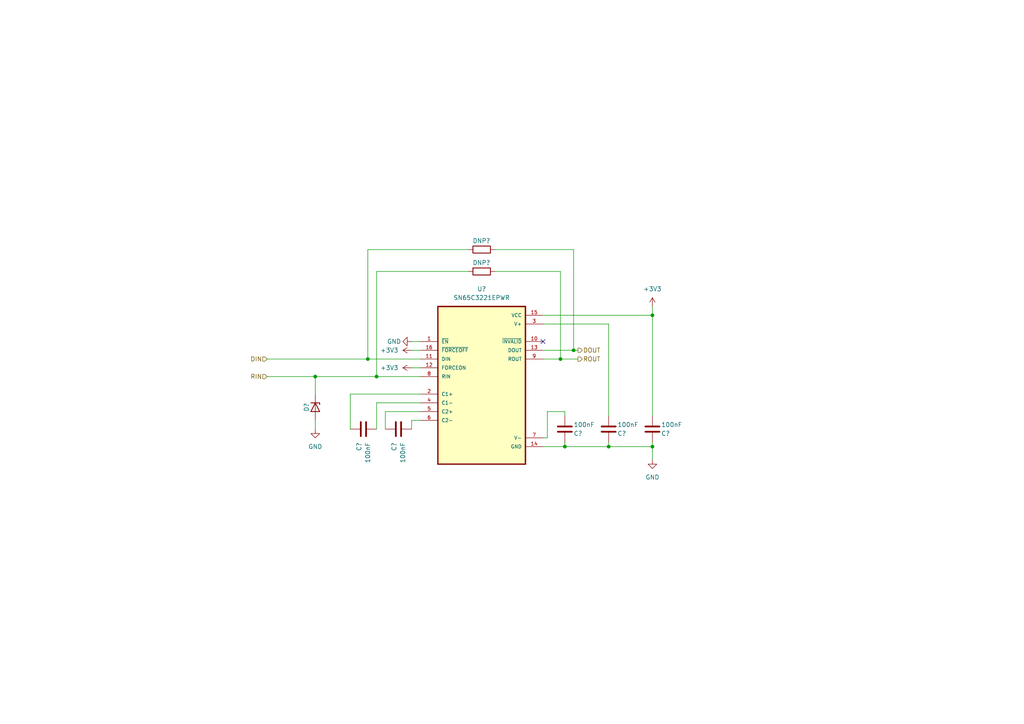
<source format=kicad_sch>
(kicad_sch (version 20230121) (generator eeschema)
  (paper "A4")
  (lib_symbols
    (symbol "Device:C" (pin_numbers hide) (pin_names (offset 0.254))
      (property "Reference" "C" (at 0.635 2.54 0))
      (property "Value" "C" (at 0.635 -2.54 0))
      (symbol "C_0_1"
        (polyline (pts (xy -2.032 -0.762) (xy 2.032 -0.762)) (stroke (width 0.508)))
        (polyline (pts (xy -2.032 0.762) (xy 2.032 0.762)) (stroke (width 0.508)))
      )
      (symbol "C_1_1"
        (pin passive line (at 0 3.81 270) (length 2.794) (name "~") (number "1"))
        (pin passive line (at 0 -3.81 90) (length 2.794) (name "~") (number "2"))
      )
    )
    (symbol "Device:D_Zener" (pin_numbers hide) (pin_names (offset 1.016) hide)
      (property "Reference" "D" (at 0 2.54 0))
      (property "Value" "D_Zener" (at 0 -2.54 0))
      (symbol "D_Zener_0_1"
        (polyline (pts (xy 1.27 0) (xy -1.27 0)))
        (polyline (pts (xy -1.27 -1.27) (xy -1.27 1.27) (xy -0.762 1.27)) (stroke (width 0.254)))
        (polyline (pts (xy 1.27 -1.27) (xy 1.27 1.27) (xy -1.27 0) (xy 1.27 -1.27)) (stroke (width 0.254)))
      )
      (symbol "D_Zener_1_1"
        (pin passive line (at -3.81 0 0) (length 2.54) (name "K") (number "1"))
        (pin passive line (at 3.81 0 180) (length 2.54) (name "A") (number "2"))
      )
    )
    (symbol "Device:R" (pin_numbers hide) (pin_names (offset 0))
      (property "Reference" "R" (at 2.032 0 90))
      (property "Value" "R" (at 0 0 90))
      (symbol "R_0_1"
        (rectangle (start -1.016 -2.54) (end 1.016 2.54) (stroke (width 0.254)))
      )
      (symbol "R_1_1"
        (pin passive line (at 0 3.81 270) (length 1.27) (name "~") (number "1"))
        (pin passive line (at 0 -3.81 90) (length 1.27) (name "~") (number "2"))
      )
    )
    (symbol "SN65C3221EPWR:SN65C3221EPWR" (pin_names (offset 1.016))
      (property "Reference" "U" (at -12.7 23.86 0))
      (property "Value" "SN65C3221EPWR" (at -12.7 -26.86 0))
      (symbol "SN65C3221EPWR_0_0"
        (rectangle (start -12.7 -22.86) (end 12.7 22.86) (stroke (width 0.41)) (fill (type background)))
        (pin input line (at -17.78 12.7 0) (length 5.08) (name "~{EN}") (number "1"))
        (pin output line (at 17.78 12.7 180) (length 5.08) (name "~{INVALID}") (number "10"))
        (pin input line (at -17.78 7.62 0) (length 5.08) (name "DIN") (number "11"))
        (pin input line (at -17.78 5.08 0) (length 5.08) (name "FORCEON") (number "12"))
        (pin output line (at 17.78 10.16 180) (length 5.08) (name "DOUT") (number "13"))
        (pin power_in line (at 17.78 -17.78 180) (length 5.08) (name "GND") (number "14"))
        (pin power_in line (at 17.78 20.32 180) (length 5.08) (name "VCC") (number "15"))
        (pin input line (at -17.78 10.16 0) (length 5.08) (name "~{FORCEOFF}") (number "16"))
        (pin bidirectional line (at -17.78 -2.54 0) (length 5.08) (name "C1+") (number "2"))
        (pin power_in line (at 17.78 17.78 180) (length 5.08) (name "V+") (number "3"))
        (pin bidirectional line (at -17.78 -5.08 0) (length 5.08) (name "C1-") (number "4"))
        (pin bidirectional line (at -17.78 -7.62 0) (length 5.08) (name "C2+") (number "5"))
        (pin bidirectional line (at -17.78 -10.16 0) (length 5.08) (name "C2-") (number "6"))
        (pin power_in line (at 17.78 -15.24 180) (length 5.08) (name "V-") (number "7"))
        (pin input line (at -17.78 2.54 0) (length 5.08) (name "RIN") (number "8"))
        (pin output line (at 17.78 7.62 180) (length 5.08) (name "ROUT") (number "9"))
      )
    )
    (symbol "power:+3V3" (power) (pin_names (offset 0))
      (property "Value" "+3V3" (at 0 3.556 0))
      (symbol "+3V3_0_1"
        (polyline (pts (xy -0.762 1.27) (xy 0 2.54)))
        (polyline (pts (xy 0 0) (xy 0 2.54)))
        (polyline (pts (xy 0 2.54) (xy 0.762 1.27)))
      )
      (symbol "+3V3_1_1"
        (pin power_in line (at 0 0 90) (length 0) hide (name "+3V3") (number "1"))
      )
    )
    (symbol "power:GND" (power) (pin_names (offset 0))
      (property "Value" "GND" (at 0 -3.81 0))
      (symbol "GND_0_1"
        (polyline (pts (xy 0 0) (xy 0 -1.27) (xy 1.27 -1.27) (xy 0 -2.54) (xy -1.27 -1.27) (xy 0 -1.27)))
      )
      (symbol "GND_1_1"
        (pin power_in line (at 0 0 270) (length 0) hide (name "GND") (number "1"))
      )
    )
  )
  (junction (at 162.56 104.14))
  (junction (at 166.37 101.6))
  (junction (at 189.23 91.44))
  (junction (at 176.53 129.54))
  (junction (at 109.22 109.22))
  (junction (at 91.44 109.22))
  (junction (at 189.23 129.54))
  (junction (at 106.68 104.14))
  (junction (at 163.83 129.54))
  (no_connect (at 157.48 99.06))
  (wire (pts (xy 189.23 91.44) (xy 189.23 88.9)))
  (wire (pts (xy 109.22 124.46) (xy 109.22 116.84)))
  (wire (pts (xy 189.23 91.44) (xy 189.23 120.65)))
  (wire (pts (xy 143.51 72.39) (xy 166.37 72.39)))
  (wire (pts (xy 176.53 129.54) (xy 176.53 128.27)))
  (wire (pts (xy 158.75 127) (xy 158.75 119.38)))
  (wire (pts (xy 163.83 128.27) (xy 163.83 129.54)))
  (wire (pts (xy 166.37 72.39) (xy 166.37 101.6)))
  (wire (pts (xy 176.53 93.98) (xy 157.48 93.98)))
  (wire (pts (xy 189.23 129.54) (xy 176.53 129.54)))
  (wire (pts (xy 157.48 127) (xy 158.75 127)))
  (wire (pts (xy 121.92 114.3) (xy 101.6 114.3)))
  (wire (pts (xy 157.48 104.14) (xy 162.56 104.14)))
  (wire (pts (xy 176.53 120.65) (xy 176.53 93.98)))
  (wire (pts (xy 166.37 101.6) (xy 167.64 101.6)))
  (wire (pts (xy 163.83 119.38) (xy 163.83 120.65)))
  (wire (pts (xy 119.38 106.68) (xy 121.92 106.68)))
  (wire (pts (xy 109.22 109.22) (xy 121.92 109.22)))
  (wire (pts (xy 77.47 104.14) (xy 106.68 104.14)))
  (wire (pts (xy 111.76 119.38) (xy 111.76 124.46)))
  (wire (pts (xy 106.68 104.14) (xy 121.92 104.14)))
  (wire (pts (xy 119.38 121.92) (xy 121.92 121.92)))
  (wire (pts (xy 162.56 78.74) (xy 143.51 78.74)))
  (wire (pts (xy 119.38 124.46) (xy 119.38 121.92)))
  (wire (pts (xy 135.89 78.74) (xy 109.22 78.74)))
  (wire (pts (xy 106.68 72.39) (xy 135.89 72.39)))
  (wire (pts (xy 91.44 109.22) (xy 109.22 109.22)))
  (wire (pts (xy 91.44 121.92) (xy 91.44 124.46)))
  (wire (pts (xy 119.38 99.06) (xy 121.92 99.06)))
  (wire (pts (xy 109.22 78.74) (xy 109.22 109.22)))
  (wire (pts (xy 106.68 104.14) (xy 106.68 72.39)))
  (wire (pts (xy 157.48 101.6) (xy 166.37 101.6)))
  (wire (pts (xy 157.48 129.54) (xy 163.83 129.54)))
  (wire (pts (xy 91.44 109.22) (xy 91.44 114.3)))
  (wire (pts (xy 162.56 104.14) (xy 167.64 104.14)))
  (wire (pts (xy 162.56 104.14) (xy 162.56 78.74)))
  (wire (pts (xy 189.23 128.27) (xy 189.23 129.54)))
  (wire (pts (xy 101.6 114.3) (xy 101.6 124.46)))
  (wire (pts (xy 121.92 119.38) (xy 111.76 119.38)))
  (wire (pts (xy 189.23 129.54) (xy 189.23 133.35)))
  (wire (pts (xy 163.83 129.54) (xy 176.53 129.54)))
  (wire (pts (xy 119.38 101.6) (xy 121.92 101.6)))
  (wire (pts (xy 77.47 109.22) (xy 91.44 109.22)))
  (wire (pts (xy 109.22 116.84) (xy 121.92 116.84)))
  (wire (pts (xy 158.75 119.38) (xy 163.83 119.38)))
  (wire (pts (xy 157.48 91.44) (xy 189.23 91.44)))
  (hierarchical_label "DIN" (shape input) (at 77.47 104.14 180))
  (hierarchical_label "RIN" (shape input) (at 77.47 109.22 180))
  (hierarchical_label "DOUT" (shape output) (at 167.64 101.6 0))
  (hierarchical_label "ROUT" (shape output) (at 167.64 104.14 0))
  (symbol (lib_id "Device:C") (at 189.23 124.46 0) (mirror x) (unit 1)
    (property "Reference" "C?" (at 191.77 125.73 0) (effects (justify left)))
    (property "Value" "100nF" (at 191.77 123.19 0) (effects (justify left)))
    (property "Footprint" "Capacitor_SMD:C_0603_1608Metric" (effects hide))
    (instances (project "LanderControl" (path "" (reference "C?") (unit 1)) (path "" (reference "C16") (unit 1)) (path "" (reference "C21") (unit 1)) (path "" (reference "C26") (unit 1))))
  )
  (symbol (lib_id "power:+3V3") (at 189.23 88.9 0) (unit 1)
    (property "Reference" "#PWR?" (effects hide))
    (property "Value" "+3V3" (at 189.23 83.82 0))
    (instances (project "LanderControl" (path "" (reference "#PWR?") (unit 1)) (path "" (reference "#PWR050") (unit 1)) (path "" (reference "#PWR057") (unit 1)) (path "" (reference "#PWR064") (unit 1))))
  )
  (symbol (lib_id "SN65C3221EPWR:SN65C3221EPWR") (at 139.7 111.76 0) (unit 1)
    (property "Reference" "U?" (at 139.7 83.82 0))
    (property "Value" "SN65C3221EPWR" (at 139.7 86.36 0))
    (property "Footprint" "SN65C3221EPWR:SOP65P640X120-16N" (effects hide))
    (property "MF" "Texas Instruments" (effects hide))
    (property "Description" "\n3- to 5.5-V single channel 1Mbps RS-232 line driver/receiver with +/-15-kV IEC-ESD protection\n" (effects hide))
    (property "Package" "TSSOP-16 Texas Instruments" (effects hide))
    (property "Price" "None" (effects hide))
    (property "SnapEDA_Link" "https://www.snapeda.com/parts/SN65C3221EPWR/Texas+Instruments/view-part/?ref=snap" (effects hide))
    (property "MP" "SN65C3221EPWR" (effects hide))
    (property "Purchase-URL" "https://www.snapeda.com/api/url_track_click_mouser/?unipart_id=365582&manufacturer=Texas Instruments&part_name=SN65C3221EPWR&search_term=sn65c3221epwr" (effects hide))
    (property "Availability" "In Stock" (effects hide))
    (property "Check_prices" "https://www.snapeda.com/parts/SN65C3221EPWR/Texas+Instruments/view-part/?ref=eda" (effects hide))
    (instances (project "LanderControl" (path "" (reference "U?") (unit 1)) (path "" (reference "U6") (unit 1)) (path "" (reference "U7") (unit 1)) (path "" (reference "U8") (unit 1))))
  )
  (symbol (lib_id "Device:R") (at 139.7 78.74 90) (mirror x) (unit 1)
    (property "Reference" "DNP?" (at 142.24 76.2 90) (effects (justify left)))
    (property "Value" "0" (effects hide))
    (property "Footprint" "Resistor_SMD:R_0603_1608Metric" (effects hide))
    (instances (project "LanderControl" (path "" (reference "DNP?") (unit 1)) (path "" (reference "DNP2") (unit 1)) (path "" (reference "DNP4") (unit 1)) (path "" (reference "DNP6") (unit 1))))
  )
  (symbol (lib_id "Device:C") (at 163.83 124.46 0) (mirror x) (unit 1)
    (property "Reference" "C?" (at 166.37 125.73 0) (effects (justify left)))
    (property "Value" "100nF" (at 166.37 123.19 0) (effects (justify left)))
    (property "Footprint" "Capacitor_SMD:C_0603_1608Metric" (effects hide))
    (instances (project "LanderControl" (path "" (reference "C?") (unit 1)) (path "" (reference "C14") (unit 1)) (path "" (reference "C19") (unit 1)) (path "" (reference "C24") (unit 1))))
  )
  (symbol (lib_id "Device:R") (at 139.7 72.39 90) (mirror x) (unit 1)
    (property "Reference" "DNP?" (at 142.24 69.85 90) (effects (justify left)))
    (property "Value" "0" (effects hide))
    (property "Footprint" "Resistor_SMD:R_0603_1608Metric" (effects hide))
    (instances (project "LanderControl" (path "" (reference "DNP?") (unit 1)) (path "" (reference "DNP1") (unit 1)) (path "" (reference "DNP3") (unit 1)) (path "" (reference "DNP5") (unit 1))))
  )
  (symbol (lib_id "Device:D_Zener") (at 91.44 118.11 270) (unit 1)
    (property "Reference" "D?" (at 88.9 118.11 0))
    (property "Value" "D_Zener" (effects hide))
    (property "Footprint" "Diode_SMD:D_0603_1608Metric" (effects hide))
    (instances (project "LanderControl" (path "" (reference "D?") (unit 1)) (path "" (reference "D8") (unit 1)) (path "" (reference "D10") (unit 1)) (path "" (reference "D12") (unit 1))))
  )
  (symbol (lib_id "power:+3V3") (at 119.38 106.68 90) (unit 1)
    (property "Reference" "#PWR?" (effects hide))
    (property "Value" "+3V3" (at 115.57 106.68 90) (effects (justify left)))
    (instances (project "LanderControl" (path "" (reference "#PWR?") (unit 1)) (path "" (reference "#PWR048") (unit 1)) (path "" (reference "#PWR055") (unit 1)) (path "" (reference "#PWR062") (unit 1))))
  )
  (symbol (lib_id "power:GND") (at 119.38 99.06 270) (mirror x) (unit 1)
    (property "Reference" "#PWR?" (effects hide))
    (property "Value" "GND" (at 114.3 99.06 90))
    (instances (project "LanderControl" (path "" (reference "#PWR?") (unit 1)) (path "" (reference "#PWR046") (unit 1)) (path "" (reference "#PWR053") (unit 1)) (path "" (reference "#PWR060") (unit 1))))
  )
  (symbol (lib_id "Device:C") (at 115.57 124.46 90) (mirror x) (unit 1)
    (property "Reference" "C?" (at 114.3 128.27 0) (effects (justify left)))
    (property "Value" "100nF" (at 116.84 128.27 0) (effects (justify left)))
    (property "Footprint" "Capacitor_SMD:C_0603_1608Metric" (effects hide))
    (instances (project "LanderControl" (path "" (reference "C?") (unit 1)) (path "" (reference "C13") (unit 1)) (path "" (reference "C18") (unit 1)) (path "" (reference "C23") (unit 1))))
  )
  (symbol (lib_id "power:GND") (at 91.44 124.46 0) (unit 1)
    (property "Reference" "#PWR045" (effects hide))
    (property "Value" "GND" (at 91.44 129.54 0))
    (instances (project "LanderControl" (path "" (reference "#PWR045") (unit 1)) (path "" (reference "#PWR052") (unit 1)) (path "" (reference "#PWR059") (unit 1))))
  )
  (symbol (lib_id "Device:C") (at 105.41 124.46 90) (mirror x) (unit 1)
    (property "Reference" "C?" (at 104.14 128.27 0) (effects (justify left)))
    (property "Value" "100nF" (at 106.68 128.27 0) (effects (justify left)))
    (property "Footprint" "Capacitor_SMD:C_0603_1608Metric" (effects hide))
    (instances (project "LanderControl" (path "" (reference "C?") (unit 1)) (path "" (reference "C12") (unit 1)) (path "" (reference "C17") (unit 1)) (path "" (reference "C22") (unit 1))))
  )
  (symbol (lib_id "power:+3V3") (at 119.38 101.6 90) (unit 1)
    (property "Reference" "#PWR?" (effects hide))
    (property "Value" "+3V3" (at 115.57 101.6 90) (effects (justify left)))
    (instances (project "LanderControl" (path "" (reference "#PWR?") (unit 1)) (path "" (reference "#PWR047") (unit 1)) (path "" (reference "#PWR054") (unit 1)) (path "" (reference "#PWR061") (unit 1))))
  )
  (symbol (lib_id "power:GND") (at 189.23 133.35 0) (unit 1)
    (property "Reference" "#PWR051" (effects hide))
    (property "Value" "GND" (at 189.23 138.43 0))
    (instances (project "LanderControl" (path "" (reference "#PWR051") (unit 1)) (path "" (reference "#PWR058") (unit 1)) (path "" (reference "#PWR065") (unit 1))))
  )
  (symbol (lib_id "Device:C") (at 176.53 124.46 0) (mirror x) (unit 1)
    (property "Reference" "C?" (at 179.07 125.73 0) (effects (justify left)))
    (property "Value" "100nF" (at 179.07 123.19 0) (effects (justify left)))
    (property "Footprint" "Capacitor_SMD:C_0603_1608Metric" (effects hide))
    (instances (project "LanderControl" (path "" (reference "C?") (unit 1)) (path "" (reference "C15") (unit 1)) (path "" (reference "C20") (unit 1)) (path "" (reference "C25") (unit 1))))
  )
)
</source>
